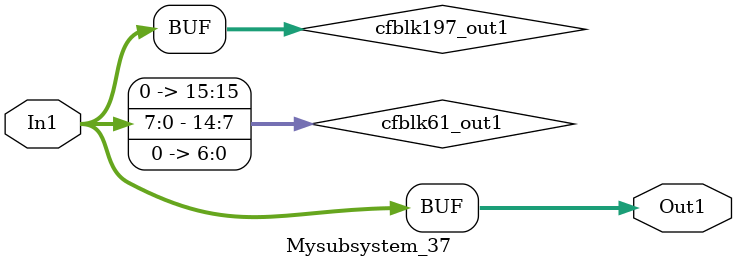
<source format=v>



`timescale 1 ns / 1 ns

module Mysubsystem_37
          (In1,
           Out1);


  input   [7:0] In1;  // uint8
  output  [7:0] Out1;  // uint8


  wire [15:0] cfblk61_out1;  // ufix16_En7
  wire [7:0] cfblk197_out1;  // uint8


  assign cfblk61_out1 = {1'b0, {In1, 7'b0000000}};



  assign cfblk197_out1 = cfblk61_out1[14:7];



  assign Out1 = cfblk197_out1;

endmodule  // Mysubsystem_37


</source>
